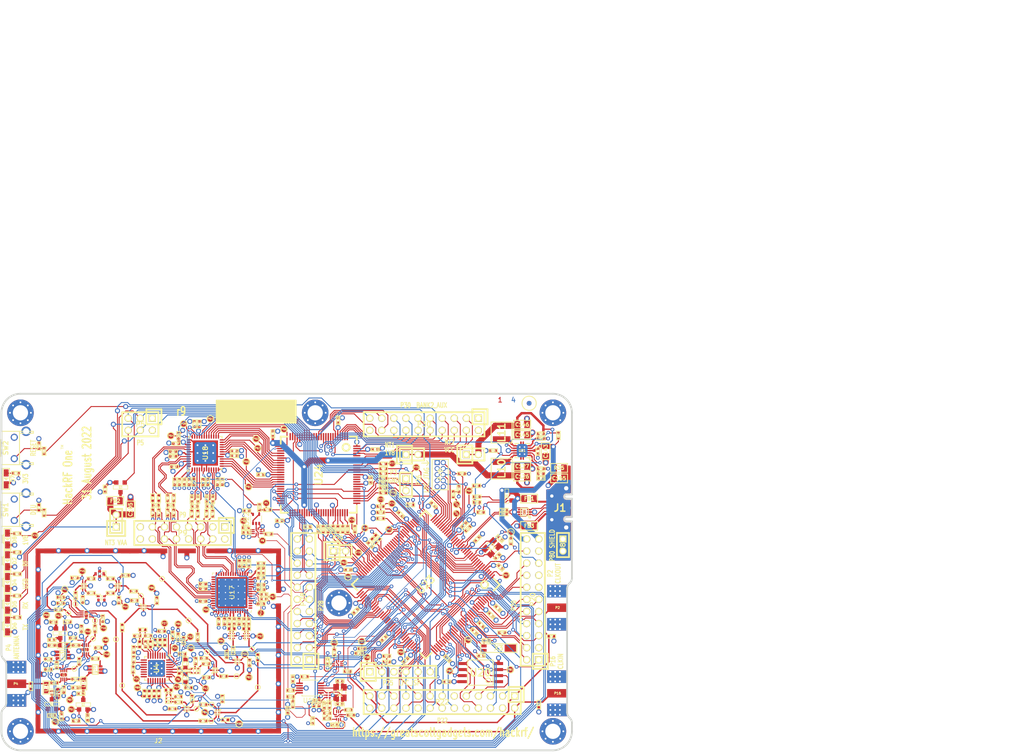
<source format=kicad_pcb>
(kicad_pcb (version 20211014) (generator pcbnew)

  (general
    (thickness 1.6116)
  )

  (paper "USLegal")
  (title_block
    (title "HackRF One")
    (date "2022-08-28")
    (rev "r9")
    (company "Copyright 2012-2022 Great Scott Gadgets")
    (comment 1 "Michael Ossmann")
    (comment 2 "Licensed under the CERN-OHL-P v2")
  )

  (layers
    (0 "F.Cu" signal "C1F")
    (1 "In1.Cu" signal "C2")
    (2 "In2.Cu" signal "C3")
    (31 "B.Cu" signal "C4B")
    (32 "B.Adhes" user "B.Adhesive")
    (33 "F.Adhes" user "F.Adhesive")
    (34 "B.Paste" user)
    (35 "F.Paste" user)
    (36 "B.SilkS" user "B.Silkscreen")
    (37 "F.SilkS" user "F.Silkscreen")
    (38 "B.Mask" user)
    (39 "F.Mask" user)
    (41 "Cmts.User" user "User.Comments")
    (44 "Edge.Cuts" user)
    (45 "Margin" user)
    (46 "B.CrtYd" user "B.Courtyard")
    (47 "F.CrtYd" user "F.Courtyard")
    (49 "F.Fab" user)
  )

  (setup
    (stackup
      (layer "F.SilkS" (type "Top Silk Screen") (color "White"))
      (layer "F.Paste" (type "Top Solder Paste"))
      (layer "F.Mask" (type "Top Solder Mask") (color "Green") (thickness 0.0127) (material "LPI") (epsilon_r 3.8) (loss_tangent 0))
      (layer "F.Cu" (type "copper") (thickness 0.035))
      (layer "dielectric 1" (type "prepreg") (thickness 0.2104) (material "7628") (epsilon_r 4.6) (loss_tangent 0))
      (layer "In1.Cu" (type "copper") (thickness 0.0152))
      (layer "dielectric 2" (type "core") (thickness 1.065) (material "7628") (epsilon_r 4.6) (loss_tangent 0))
      (layer "In2.Cu" (type "copper") (thickness 0.0152))
      (layer "dielectric 3" (type "prepreg") (thickness 0.2104) (material "7628") (epsilon_r 4.6) (loss_tangent 0))
      (layer "B.Cu" (type "copper") (thickness 0.035))
      (layer "B.Mask" (type "Bottom Solder Mask") (color "Green") (thickness 0.0127) (material "LPI") (epsilon_r 3.8) (loss_tangent 0))
      (layer "B.Paste" (type "Bottom Solder Paste"))
      (layer "B.SilkS" (type "Bottom Silk Screen") (color "White"))
      (copper_finish "ENIG")
      (dielectric_constraints yes)
    )
    (pad_to_mask_clearance 0.05)
    (pad_to_paste_clearance_ratio -0.12)
    (pcbplotparams
      (layerselection 0x00010e8_ffffffff)
      (disableapertmacros false)
      (usegerberextensions true)
      (usegerberattributes false)
      (usegerberadvancedattributes true)
      (creategerberjobfile false)
      (svguseinch false)
      (svgprecision 6)
      (excludeedgelayer true)
      (plotframeref false)
      (viasonmask false)
      (mode 1)
      (useauxorigin false)
      (hpglpennumber 1)
      (hpglpenspeed 20)
      (hpglpendiameter 15.000000)
      (dxfpolygonmode true)
      (dxfimperialunits true)
      (dxfusepcbnewfont true)
      (psnegative false)
      (psa4output false)
      (plotreference false)
      (plotvalue false)
      (plotinvisibletext false)
      (sketchpadsonfab false)
      (subtractmaskfromsilk false)
      (outputformat 1)
      (mirror false)
      (drillshape 0)
      (scaleselection 1)
      (outputdirectory "gerbers")
    )
  )

  (net 0 "")
  (net 1 "!MIX_BYPASS")
  (net 2 "!RX_AMP_PWR")
  (net 3 "!TX_AMP_PWR")
  (net 4 "!VAA_ENABLE")
  (net 5 "/Front End/RX_AMP_OUT")
  (net 6 "/Front End/RX_AMP_IN")
  (net 7 "/Front End/TX_AMP_IN")
  (net 8 "/Front End/TX_AMP_OUT")
  (net 9 "/Front End/REF_IN")
  (net 10 "/Baseband/TXBBQ-")
  (net 11 "/Baseband/TXBBQ+")
  (net 12 "/Baseband/TXBBI+")
  (net 13 "/Baseband/TXBBI-")
  (net 14 "/Baseband/COM")
  (net 15 "/Baseband/REFN")
  (net 16 "/Baseband/REFP")
  (net 17 "/Baseband/IA+")
  (net 18 "/Baseband/IA-")
  (net 19 "/Baseband/QA-")
  (net 20 "/Baseband/QA+")
  (net 21 "/Baseband/CPOUT-")
  (net 22 "/Baseband/CPOUT+")
  (net 23 "XCVR_CLK")
  (net 24 "/Baseband/XTAL2")
  (net 25 "/Microcontroller, CPLD, USB, Power/RTCX1")
  (net 26 "/Microcontroller, CPLD, USB, Power/REG_OUT2")
  (net 27 "/Microcontroller, CPLD, USB, Power/VBAT")
  (net 28 "/Microcontroller, CPLD, USB, Power/VIN")
  (net 29 "/Microcontroller, CPLD, USB, Power/REG_OUT1")
  (net 30 "/Microcontroller, CPLD, USB, Power/USB_SHIELD")
  (net 31 "/Microcontroller, CPLD, USB, Power/XTAL1")
  (net 32 "/Microcontroller, CPLD, USB, Power/XTAL2")
  (net 33 "/Microcontroller, CPLD, USB, Power/RTCX2")
  (net 34 "/Clock/XB")
  (net 35 "/Clock/XA")
  (net 36 "/Microcontroller, CPLD, USB, Power/VBUS")
  (net 37 "/Microcontroller, CPLD, USB, Power/LED1")
  (net 38 "/Microcontroller, CPLD, USB, Power/LED2")
  (net 39 "/Microcontroller, CPLD, USB, Power/LED3")
  (net 40 "/Baseband/RXBBQ-")
  (net 41 "/Baseband/RXBBI-")
  (net 42 "/Baseband/RXBBQ+")
  (net 43 "/Baseband/RXBBI+")
  (net 44 "!ANT_BIAS")
  (net 45 "/Baseband/XCVR_CLKOUT")
  (net 46 "/Microcontroller, CPLD, USB, Power/RTC_ALARM")
  (net 47 "/Microcontroller, CPLD, USB, Power/WAKEUP")
  (net 48 "/Microcontroller, CPLD, USB, Power/GPIO3_8")
  (net 49 "/Microcontroller, CPLD, USB, Power/GPIO3_9")
  (net 50 "/Microcontroller, CPLD, USB, Power/GPIO3_10")
  (net 51 "/Microcontroller, CPLD, USB, Power/GPIO3_11")
  (net 52 "/Microcontroller, CPLD, USB, Power/GPIO3_12")
  (net 53 "/Microcontroller, CPLD, USB, Power/GPIO3_13")
  (net 54 "/Microcontroller, CPLD, USB, Power/GPIO3_14")
  (net 55 "/Microcontroller, CPLD, USB, Power/GPIO3_15")
  (net 56 "/Microcontroller, CPLD, USB, Power/ADC0_6")
  (net 57 "/Microcontroller, CPLD, USB, Power/ADC0_2")
  (net 58 "/Microcontroller, CPLD, USB, Power/VBUSCTRL")
  (net 59 "/Microcontroller, CPLD, USB, Power/ADC0_5")
  (net 60 "/Microcontroller, CPLD, USB, Power/ADC0_0")
  (net 61 "/Microcontroller, CPLD, USB, Power/RESET")
  (net 62 "/Microcontroller, CPLD, USB, Power/I2C1_SCL")
  (net 63 "/Microcontroller, CPLD, USB, Power/I2C1_SDA")
  (net 64 "/Microcontroller, CPLD, USB, Power/SPIFI_CIPO")
  (net 65 "/Microcontroller, CPLD, USB, Power/SPIFI_SCK")
  (net 66 "/Microcontroller, CPLD, USB, Power/SPIFI_COPI")
  (net 67 "/Microcontroller, CPLD, USB, Power/I2S0_RX_SCK")
  (net 68 "/Microcontroller, CPLD, USB, Power/I2S0_RX_SDA")
  (net 69 "/Microcontroller, CPLD, USB, Power/I2S0_RX_MCLK")
  (net 70 "/Microcontroller, CPLD, USB, Power/I2S0_RX_WS")
  (net 71 "/Microcontroller, CPLD, USB, Power/I2S0_TX_SCK")
  (net 72 "/Microcontroller, CPLD, USB, Power/I2S0_TX_MCLK")
  (net 73 "/Microcontroller, CPLD, USB, Power/U0_RXD")
  (net 74 "/Microcontroller, CPLD, USB, Power/U0_TXD")
  (net 75 "/Microcontroller, CPLD, USB, Power/P2_9")
  (net 76 "/Microcontroller, CPLD, USB, Power/P2_13")
  (net 77 "/Microcontroller, CPLD, USB, Power/P2_8")
  (net 78 "/Microcontroller, CPLD, USB, Power/DBGEN")
  (net 79 "/Microcontroller, CPLD, USB, Power/TMS")
  (net 80 "/Microcontroller, CPLD, USB, Power/TCK")
  (net 81 "/Microcontroller, CPLD, USB, Power/TDO")
  (net 82 "/Microcontroller, CPLD, USB, Power/TDI")
  (net 83 "/Microcontroller, CPLD, USB, Power/SD_CD")
  (net 84 "/Microcontroller, CPLD, USB, Power/SD_DAT3")
  (net 85 "/Microcontroller, CPLD, USB, Power/SD_DAT2")
  (net 86 "/Microcontroller, CPLD, USB, Power/SD_DAT1")
  (net 87 "/Microcontroller, CPLD, USB, Power/SD_DAT0")
  (net 88 "/Microcontroller, CPLD, USB, Power/SD_VOLT0")
  (net 89 "/Microcontroller, CPLD, USB, Power/SD_CMD")
  (net 90 "/Microcontroller, CPLD, USB, Power/SD_POW")
  (net 91 "/Microcontroller, CPLD, USB, Power/SD_CLK")
  (net 92 "/Microcontroller, CPLD, USB, Power/B1AUX14")
  (net 93 "/Microcontroller, CPLD, USB, Power/B1AUX13")
  (net 94 "/Microcontroller, CPLD, USB, Power/CPLD_TCK")
  (net 95 "/Microcontroller, CPLD, USB, Power/BANK2F3M2")
  (net 96 "/Microcontroller, CPLD, USB, Power/CPLD_TDI")
  (net 97 "/Microcontroller, CPLD, USB, Power/BANK2F3M6")
  (net 98 "/Microcontroller, CPLD, USB, Power/BANK2F3M12")
  (net 99 "/Microcontroller, CPLD, USB, Power/BANK2F3M4")
  (net 100 "/Microcontroller, CPLD, USB, Power/CPLD_TMS")
  (net 101 "/Microcontroller, CPLD, USB, Power/CPLD_TDO")
  (net 102 "/Microcontroller, CPLD, USB, Power/B2AUX16")
  (net 103 "/Microcontroller, CPLD, USB, Power/B2AUX15")
  (net 104 "/Microcontroller, CPLD, USB, Power/B2AUX14")
  (net 105 "/Microcontroller, CPLD, USB, Power/B2AUX13")
  (net 106 "/Microcontroller, CPLD, USB, Power/B2AUX12")
  (net 107 "/Microcontroller, CPLD, USB, Power/B2AUX11")
  (net 108 "/Microcontroller, CPLD, USB, Power/B2AUX10")
  (net 109 "/Microcontroller, CPLD, USB, Power/B2AUX9")
  (net 110 "/Microcontroller, CPLD, USB, Power/B2AUX8")
  (net 111 "/Microcontroller, CPLD, USB, Power/B2AUX7")
  (net 112 "/Microcontroller, CPLD, USB, Power/B2AUX6")
  (net 113 "/Microcontroller, CPLD, USB, Power/B2AUX5")
  (net 114 "/Microcontroller, CPLD, USB, Power/B2AUX4")
  (net 115 "/Microcontroller, CPLD, USB, Power/B2AUX3")
  (net 116 "/Microcontroller, CPLD, USB, Power/B2AUX2")
  (net 117 "/Microcontroller, CPLD, USB, Power/B2AUX1")
  (net 118 "/Microcontroller, CPLD, USB, Power/GCK0")
  (net 119 "/Microcontroller, CPLD, USB, Power/SPIFI_CS")
  (net 120 "/Microcontroller, CPLD, USB, Power/VREGMODE")
  (net 121 "/Microcontroller, CPLD, USB, Power/EN1V8")
  (net 122 "/Microcontroller, CPLD, USB, Power/SGPIO0")
  (net 123 "/Microcontroller, CPLD, USB, Power/SGPIO7")
  (net 124 "/Microcontroller, CPLD, USB, Power/SGPIO9")
  (net 125 "/Microcontroller, CPLD, USB, Power/SGPIO10")
  (net 126 "/Microcontroller, CPLD, USB, Power/SGPIO11")
  (net 127 "/Microcontroller, CPLD, USB, Power/SPIFI_SIO2")
  (net 128 "/Microcontroller, CPLD, USB, Power/SPIFI_SIO3")
  (net 129 "/Baseband/QD+")
  (net 130 "/Baseband/QD-")
  (net 131 "/Baseband/ID-")
  (net 132 "/Baseband/ID+")
  (net 133 "/Clock/CLK0")
  (net 134 "Net-(C169-Pad2)")
  (net 135 "/Microcontroller, CPLD, USB, Power/DP")
  (net 136 "/Microcontroller, CPLD, USB, Power/DM")
  (net 137 "/Microcontroller, CPLD, USB, Power/RREF")
  (net 138 "/Microcontroller, CPLD, USB, Power/BANK2F3M1")
  (net 139 "/Microcontroller, CPLD, USB, Power/SGPIO13")
  (net 140 "/Microcontroller, CPLD, USB, Power/BANK2F3M3")
  (net 141 "/Microcontroller, CPLD, USB, Power/SGPIO14")
  (net 142 "/Microcontroller, CPLD, USB, Power/SGPIO1")
  (net 143 "/Microcontroller, CPLD, USB, Power/BANK2F3M5")
  (net 144 "/Microcontroller, CPLD, USB, Power/SGPIO15")
  (net 145 "/Microcontroller, CPLD, USB, Power/BANK2F3M7")
  (net 146 "/Microcontroller, CPLD, USB, Power/BANK2F3M8")
  (net 147 "/Microcontroller, CPLD, USB, Power/SGPIO2")
  (net 148 "/Microcontroller, CPLD, USB, Power/BANK2F3M9")
  (net 149 "/Microcontroller, CPLD, USB, Power/SGPIO3")
  (net 150 "/Microcontroller, CPLD, USB, Power/BANK2F3M10")
  (net 151 "/Microcontroller, CPLD, USB, Power/BANK2F3M11")
  (net 152 "/Microcontroller, CPLD, USB, Power/SGPIO12")
  (net 153 "/Microcontroller, CPLD, USB, Power/SGPIO4")
  (net 154 "/Microcontroller, CPLD, USB, Power/BANK2F3M14")
  (net 155 "/Microcontroller, CPLD, USB, Power/SGPIO5")
  (net 156 "/Microcontroller, CPLD, USB, Power/BANK2F3M15")
  (net 157 "/Microcontroller, CPLD, USB, Power/SGPIO6")
  (net 158 "AMP_BYPASS")
  (net 159 "CLKIN")
  (net 160 "CLKOUT")
  (net 161 "CS_AD")
  (net 162 "CS_XCVR")
  (net 163 "DA0")
  (net 164 "DA1")
  (net 165 "DA2")
  (net 166 "DA3")
  (net 167 "DA4")
  (net 168 "DA5")
  (net 169 "DA6")
  (net 170 "DA7")
  (net 171 "DD0")
  (net 172 "DD1")
  (net 173 "DD2")
  (net 174 "DD3")
  (net 175 "DD4")
  (net 176 "DD5")
  (net 177 "DD6")
  (net 178 "DD7")
  (net 179 "DD8")
  (net 180 "DD9")
  (net 181 "GCK1")
  (net 182 "GCK2")
  (net 183 "GND")
  (net 184 "HP")
  (net 185 "LP")
  (net 186 "MCU_CLK")
  (net 187 "MIXER_ENX")
  (net 188 "MIXER_RESETX")
  (net 189 "MIXER_SCLK")
  (net 190 "MIXER_SDATA")
  (net 191 "MIX_BYPASS")
  (net 192 "MIX_CLK")
  (net 193 "RSSI")
  (net 194 "RX")
  (net 195 "RX_AMP")
  (net 196 "RX_IF")
  (net 197 "RX_MIX_BP")
  (net 198 "SCL")
  (net 199 "SDA")
  (net 200 "SGPIO_CLK")
  (net 201 "SSP1_CIPO")
  (net 202 "SSP1_COPI")
  (net 203 "SSP1_SCK")
  (net 204 "TX_AMP")
  (net 205 "TX_IF")
  (net 206 "TX_MIX_BP")
  (net 207 "VAA")
  (net 208 "VCC")
  (net 209 "XCVR_EN")
  (net 210 "Net-(C8-Pad2)")
  (net 211 "Net-(C9-Pad2)")
  (net 212 "Net-(C9-Pad1)")
  (net 213 "Net-(C12-Pad1)")
  (net 214 "Net-(C13-Pad1)")
  (net 215 "Net-(C14-Pad2)")
  (net 216 "Net-(C14-Pad1)")
  (net 217 "Net-(C15-Pad2)")
  (net 218 "Net-(C17-Pad2)")
  (net 219 "Net-(C17-Pad1)")
  (net 220 "Net-(C18-Pad2)")
  (net 221 "Net-(C18-Pad1)")
  (net 222 "Net-(C20-Pad2)")
  (net 223 "Net-(C20-Pad1)")
  (net 224 "Net-(C21-Pad2)")
  (net 225 "Net-(C21-Pad1)")
  (net 226 "Net-(C23-Pad2)")
  (net 227 "Net-(C23-Pad1)")
  (net 228 "Net-(C25-Pad1)")
  (net 229 "Net-(C26-Pad2)")
  (net 230 "Net-(C26-Pad1)")
  (net 231 "Net-(C27-Pad2)")
  (net 232 "Net-(C27-Pad1)")
  (net 233 "Net-(C28-Pad2)")
  (net 234 "Net-(C28-Pad1)")
  (net 235 "Net-(C31-Pad2)")
  (net 236 "Net-(C31-Pad1)")
  (net 237 "Net-(C32-Pad2)")
  (net 238 "Net-(C32-Pad1)")
  (net 239 "Net-(C43-Pad2)")
  (net 240 "Net-(C43-Pad1)")
  (net 241 "Net-(C44-Pad2)")
  (net 242 "Net-(C44-Pad1)")
  (net 243 "Net-(C46-Pad2)")
  (net 244 "Net-(C46-Pad1)")
  (net 245 "Net-(C48-Pad1)")
  (net 246 "Net-(C49-Pad2)")
  (net 247 "Net-(C50-Pad1)")
  (net 248 "Net-(C51-Pad2)")
  (net 249 "Net-(C51-Pad1)")
  (net 250 "Net-(C163-Pad2)")
  (net 251 "Net-(C58-Pad2)")
  (net 252 "Net-(C59-Pad2)")
  (net 253 "Net-(C61-Pad2)")
  (net 254 "Net-(C61-Pad1)")
  (net 255 "Net-(C62-Pad2)")
  (net 256 "Net-(C64-Pad2)")
  (net 257 "Net-(C64-Pad1)")
  (net 258 "Net-(C99-Pad2)")
  (net 259 "Net-(C99-Pad1)")
  (net 260 "Net-(C102-Pad2)")
  (net 261 "Net-(C102-Pad1)")
  (net 262 "Net-(C104-Pad2)")
  (net 263 "Net-(C104-Pad1)")
  (net 264 "Net-(C105-Pad1)")
  (net 265 "Net-(C106-Pad1)")
  (net 266 "Net-(C111-Pad2)")
  (net 267 "Net-(C111-Pad1)")
  (net 268 "Net-(C114-Pad2)")
  (net 269 "Net-(C114-Pad1)")
  (net 270 "Net-(C125-Pad2)")
  (net 271 "Net-(C160-Pad1)")
  (net 272 "Net-(D2-Pad2)")
  (net 273 "Net-(D4-Pad2)")
  (net 274 "Net-(D5-Pad2)")
  (net 275 "Net-(D6-Pad2)")
  (net 276 "Net-(D7-Pad2)")
  (net 277 "Net-(D8-Pad2)")
  (net 278 "Net-(FB1-Pad1)")
  (net 279 "Net-(FB2-Pad1)")
  (net 280 "Net-(FB3-Pad1)")
  (net 281 "Net-(J1-Pad3)")
  (net 282 "Net-(J1-Pad2)")
  (net 283 "Net-(L1-Pad2)")
  (net 284 "Net-(L1-Pad1)")
  (net 285 "Net-(L2-Pad1)")
  (net 286 "Net-(L3-Pad1)")
  (net 287 "Net-(L10-Pad1)")
  (net 288 "Net-(L11-Pad2)")
  (net 289 "Net-(D10-Pad1)")
  (net 290 "Net-(P6-Pad1)")
  (net 291 "Net-(P19-Pad1)")
  (net 292 "Net-(R4-Pad2)")
  (net 293 "Net-(R30-Pad2)")
  (net 294 "Net-(R19-Pad2)")
  (net 295 "Net-(R51-Pad1)")
  (net 296 "Net-(R52-Pad2)")
  (net 297 "Net-(R55-Pad2)")
  (net 298 "/Microcontroller, CPLD, USB, Power/BANK2F3M16")
  (net 299 "+1V8")
  (net 300 "unconnected-(P25-Pad3)")
  (net 301 "unconnected-(P26-Pad7)")
  (net 302 "unconnected-(U4-Pad1)")
  (net 303 "unconnected-(U4-Pad2)")
  (net 304 "unconnected-(U4-Pad3)")
  (net 305 "unconnected-(U4-Pad11)")
  (net 306 "unconnected-(U4-Pad13)")
  (net 307 "unconnected-(U4-Pad14)")
  (net 308 "unconnected-(U4-Pad17)")
  (net 309 "unconnected-(U4-Pad18)")
  (net 310 "unconnected-(U4-Pad20)")
  (net 311 "unconnected-(U4-Pad21)")
  (net 312 "unconnected-(U9-Pad2)")
  (net 313 "unconnected-(U12-Pad2)")
  (net 314 "unconnected-(U14-Pad2)")
  (net 315 "unconnected-(U15-Pad4)")
  (net 316 "unconnected-(U15-Pad6)")
  (net 317 "unconnected-(U17-Pad3)")
  (net 318 "unconnected-(U17-Pad43)")
  (net 319 "unconnected-(U17-Pad9)")
  (net 320 "unconnected-(U17-Pad12)")
  (net 321 "unconnected-(U17-Pad40)")
  (net 322 "unconnected-(U18-Pad38)")
  (net 323 "Net-(C117-Pad1)")
  (net 324 "unconnected-(U23-Pad89)")
  (net 325 "unconnected-(U23-Pad90)")
  (net 326 "unconnected-(U24-Pad14)")
  (net 327 "unconnected-(U24-Pad15)")
  (net 328 "unconnected-(U24-Pad16)")
  (net 329 "unconnected-(U24-Pad20)")
  (net 330 "unconnected-(U24-Pad25)")
  (net 331 "unconnected-(U24-Pad44)")
  (net 332 "unconnected-(U24-Pad46)")
  (net 333 "unconnected-(U24-Pad49)")
  (net 334 "unconnected-(U24-Pad50)")
  (net 335 "unconnected-(U24-Pad52)")
  (net 336 "unconnected-(U24-Pad53)")
  (net 337 "unconnected-(U24-Pad54)")
  (net 338 "unconnected-(U24-Pad58)")
  (net 339 "unconnected-(U24-Pad59)")
  (net 340 "unconnected-(U24-Pad60)")
  (net 341 "unconnected-(U24-Pad63)")
  (net 342 "unconnected-(U24-Pad65)")
  (net 343 "unconnected-(U24-Pad66)")
  (net 344 "unconnected-(U24-Pad68)")
  (net 345 "unconnected-(U24-Pad73)")
  (net 346 "unconnected-(U24-Pad75)")
  (net 347 "unconnected-(U24-Pad80)")
  (net 348 "unconnected-(U24-Pad82)")
  (net 349 "unconnected-(U24-Pad85)")
  (net 350 "unconnected-(U24-Pad86)")
  (net 351 "unconnected-(U24-Pad87)")
  (net 352 "unconnected-(U24-Pad93)")
  (net 353 "unconnected-(U24-Pad95)")
  (net 354 "unconnected-(U24-Pad96)")
  (net 355 "Net-(D10-Pad2)")
  (net 356 "Net-(C117-Pad2)")
  (net 357 "CLKOUT_EN")
  (net 358 "MCU_CLK_EN")
  (net 359 "Net-(R32-Pad2)")
  (net 360 "Net-(R33-Pad2)")
  (net 361 "Net-(R34-Pad2)")
  (net 362 "CLKIN_DETECT")
  (net 363 "Net-(R38-Pad1)")
  (net 364 "Net-(R39-Pad2)")
  (net 365 "Net-(R44-Pad2)")
  (net 366 "AD_CLK")
  (net 367 "Net-(R94-Pad2)")
  (net 368 "CLKIN_EN")
  (net 369 "FSX2_CLK")
  (net 370 "/Clock/CLK2")
  (net 371 "/Clock/CLK1")
  (net 372 "unconnected-(U4-Pad16)")
  (net 373 "unconnected-(U4-Pad9)")
  (net 374 "/Microcontroller, CPLD, USB, Power/TRST")
  (net 375 "/Microcontroller, CPLD, USB, Power/ID")
  (net 376 "/Microcontroller, CPLD, USB, Power/VBUS_DETECT")
  (net 377 "Net-(P1-Pad1)")
  (net 378 "XCVR_RXTX")
  (net 379 "unconnected-(U17-Pad44)")
  (net 380 "unconnected-(U17-Pad10)")
  (net 381 "unconnected-(U17-Pad15)")
  (net 382 "unconnected-(U17-Pad16)")
  (net 383 "unconnected-(U17-Pad17)")
  (net 384 "unconnected-(U17-Pad23)")
  (net 385 "unconnected-(U17-Pad45)")
  (net 386 "unconnected-(U17-Pad46)")
  (net 387 "unconnected-(U17-Pad55)")
  (net 388 "unconnected-(U17-Pad56)")
  (net 389 "unconnected-(U17-Pad41)")
  (net 390 "unconnected-(U17-Pad42)")
  (net 391 "unconnected-(U4-Pad15)")

  (footprint "gsg-modules:LTST-S220" (layer "F.Cu") (at 61.27 148.838 -90))

  (footprint "gsg-modules:LTST-S220" (layer "F.Cu") (at 61.27 139.694 -90))

  (footprint "gsg-modules:LTST-S220" (layer "F.Cu") (at 61.27 130.55 -90))

  (footprint "gsg-modules:LTST-S220" (layer "F.Cu") (at 61.27 144.266 -90))

  (footprint "gsg-modules:LTST-S220" (layer "F.Cu") (at 61.27 135.122 -90))

  (footprint "GSG-TESTPOINT-30MIL-MASKONLY" (layer "F.Cu") (at 89.31402 142.49908))

  (footprint "GSG-TESTPOINT-30MIL-MASKONLY" (layer "F.Cu") (at 84.1046 151.6574))

  (footprint "GSG-TESTPOINT-30MIL-MASKONLY" (layer "F.Cu") (at 75.57516 144.21358))

  (footprint "GSG-TESTPOINT-30MIL-MASKONLY" (layer "F.Cu") (at 74.0537 146.1516))

  (footprint "GSG-TESTPOINT-30MIL-MASKONLY" (layer "F.Cu") (at 93.782 138.932))

  (footprint "GSG-TESTPOINT-30MIL-MASKONLY" (layer "F.Cu") (at 85.4 161.3602))

  (footprint "GSG-TESTPOINT-30MIL-MASKONLY" (layer "F.Cu") (at 75.33894 157.8483))

  (footprint "GSG-TESTPOINT-30MIL-MASKONLY" (layer "F.Cu") (at 79.28 151.506))

  (footprint "GSG-TESTPOINT-30MIL-MASKONLY" (layer "F.Cu") (at 113.919 161.74974))

  (footprint "GSG-TESTPOINT-30MIL-MASKONLY" (layer "F.Cu") (at 104.11206 168.79824))

  (footprint "GSG-TESTPOINT-30MIL-MASKONLY" (layer "F.Cu") (at 104.25176 165.37432))

  (footprint "GSG-TESTPOINT-30MIL-MASKONLY" (layer "F.Cu") (at 101.0158 166.26332))

  (footprint "GSG-TESTPOINT-30MIL-MASKONLY" (layer "F.Cu") (at 79.6671 147.71116))

  (footprint "GSG-TESTPOINT-30MIL-MASKONLY" (layer "F.Cu") (at 109.47654 159.42564))

  (footprint "GSG-TESTPOINT-30MIL-MASKONLY" (layer "F.Cu") (at 99.36226 147.6883))

  (footprint "GSG-TESTPOINT-30MIL-MASKONLY" (layer "F.Cu") (at 103.23068 154.2796))

  (footprint "GSG-TESTPOINT-30MIL-MASKONLY" (layer "F.Cu") (at 112.71504 153.71064))

  (footprint "gsg-modules:LTST-S220" (layer "F.Cu") (at 61 117.9 -90))

  (footprint "GSG-MARK1MM" (layer "F.Cu") (at 171 102))

  (footprint "hackrf:GSG-0402" (layer "F.Cu") (at 91.0964 163.0468 -90))

  (footprint "hackrf:GSG-0402" (layer "F.Cu") (at 90.0804 163.0468 -90))

  (footprint "hackrf:GSG-0402" (layer "F.Cu") (at 93.1284 163.0468 -90))

  (footprint "hackrf:GSG-0402" (layer "F.Cu") (at 92.1124 163.0468 -90))

  (footprint "hackrf:GSG-0402" (layer "F.Cu") (at 92.341 152.328 90))

  (footprint "hackrf:GSG-0402" (layer "F.Cu") (at 93.357 152.328 90))

  (footprint "hackrf:GSG-0402" (layer "F.Cu") (at 107.084 168.5762 180))

  (footprint "hackrf:GSG-0402" (layer "F.Cu") (at 113.919 155.448 -90))

  (footprint "hackrf:GSG-0402" (layer "F.Cu") (at 85.4 149.1682 90))

  (footprint "hackrf:GSG-0402" (layer "F.Cu") (at 87.9808 143.4816))

  (footprint "hackrf:GSG-0402" (layer "F.Cu") (at 84.7138 143.4622 90))

  (footprint "hackrf:GSG-0402" (layer "F.Cu") (at 87.7944 153.8266 -90))

  (footprint "hackrf:GSG-0402" (layer "F.Cu") (at 88.5564 150.9056 180))

  (footprint "hackrf:GSG-0402" (layer "F.Cu") (at 90.3344 152.6836 90))

  (footprint "hackrf:GSG-0402" (layer "F.Cu") (at 90.8424 150.9056))

  (footprint "hackrf:GSG-0402" (layer "F.Cu") (at 106.4998 164.1566 90))

  (footprint "hackrf:GSG-0402" (layer "F.Cu") (at 82.9358 141.9382))

  (footprint "hackrf:GSG-0402" (layer "F.Cu") (at 78.8718 141.9382))

  (footprint "hackrf:GSG-0402" (layer "F.Cu") (at 77.0938 143.3352 90))

  (footprint "hackrf:GSG-0402" (layer "F.Cu") (at 87.8078 141.5288))

  (footprint "hackrf:GSG-0402" (layer "F.Cu") (at 102.4382 165.3794 180))

  (footprint "hackrf:GSG-0402" (layer "F.Cu") (at 95.9732 166.2726))

  (footprint "hackrf:GSG-0402" (layer "F.Cu") (at 101.2698 151.1808 90))

  (footprint "hackrf:GSG-0402" (layer "F.Cu") (at 92.6798 143.4816 -90))

  (footprint "hackrf:GSG-0402" (layer "F.Cu") (at 97.1924 163.7326))

  (footprint "hackrf:GSG-0402" (layer "F.Cu") (at 78.8718 138.8902 180))

  (footprint "hackrf:GSG-0402" (layer "F.Cu") (at 82.9358 138.8902))

  (footprint "hackrf:GSG-0402" (layer "F.Cu") (at 97.1924 164.8756))

  (footprint "hackrf:GSG-0402" (layer "F.Cu") (at 75.4174 138.7124 180))

  (footprint "hackrf:GSG-0402" (layer "F.Cu") (at 86.1 138.2))

  (footprint "hackrf:GSG-0402" (layer "F.Cu") (at 75.5952 142.4462 90))

  (footprint "hackrf:GSG-0402" (layer "F.Cu") (at 102.4382 168.8084 180))

  (footprint "hackrf:GSG-0402" (layer "F.Cu") (at 100.1134 164.139 90))

  (footprint "hackrf:GSG-0402" (layer "F.Cu") (at 98.31 151.9216 90))

  (footprint "hackrf:GSG-0402" (layer "F.Cu") (at 97.167 151.1596 90))

  (footprint "hackrf:GSG-0402" (layer "F.Cu") (at 96.024 150.7786 90))

  (footprint "hackrf:GSG-0402" (layer "F.Cu") (at 93.738 149.915 180))

  (footprint "hackrf:GSG-0402" (layer "F.Cu") (at 72.4456 142.8272))

  (footprint "hackrf:GSG-0402" (layer "F.Cu") (at 81.3054 147.3454 90))

  (footprint "hackrf:GSG-0402" (layer "F.Cu") (at 72.4456 144.0718))

  (footprint "hackrf:GSG-0402" (layer "F.Cu") (at 99.326 161.8276))

  (footprint "hackrf:GSG-0402" (layer "F.Cu") (at 98.056 154.7156 180))

  (footprint "hackrf:GSG-0402" (layer "F.Cu") (at 72.009 145.415 180))

  (footprint "hackrf:GSG-0402" (layer "F.Cu") (at 79.6798 149.4282 90))

  (footprint "hackrf:GSG-0402" (layer "F.Cu") (at 102.5906 155.6512))

  (footprint "hackrf:GSG-0402" (layer "F.Cu") (at 103.0478 156.7942 180))

  (footprint "hackrf:GSG-0402" (layer "F.Cu") (at 112.1664 156.5656 90))

  (footprint "hackrf:GSG-0402" (layer "F.Cu") (at 108.7374 154.0002 90))

  (footprint "hackrf:GSG-0402" (layer "F.Cu") (at 100.85 156.2396 -90))

  (footprint "hackrf:GSG-0402" (layer "F.Cu") (at 75.678 152.92))

  (footprint "hackrf:GSG-0402" (layer "F.Cu") (at 106.7414 159.434 180))

  (footprint "hackrf:GSG-0402" (layer "F.Cu") (at 70.598 152.92 180))

  (footprint "hackrf:GSG-0402" (layer "F.Cu") (at 70.9474 147.9998 180))

  (footprint "hackrf:GSG-0402" (layer "F.Cu") (at 103.124 159.6644 180))

  (footprint "hackrf:GSG-0402" (layer "F.Cu") (at 80.377 153.428))

  (footprint "hackrf:GSG-0402" (layer "F.Cu") (at 107.3912 154.8638 90))

  (footprint "hackrf:GSG-0402" (layer "F.Cu") (at 76.835 149.4282 90))

  (footprint "hackrf:GSG-0402" (layer "F.Cu") (at 71.614 157.111 90))

  (footprint "hackrf:GSG-0402" (layer "F.Cu") (at 79.742 155.714))

  (footprint "hackrf:GSG-0402" (layer "F.Cu") (at 75.043 151.396))

  (footprint "hackrf:GSG-0402" (layer "F.Cu") (at 76.3638 156.3236 90))

  (footprint "hackrf:GSG-0402" (layer "F.Cu") (at 75.551 160.032))

  (footprint "hackrf:GSG-0402" (layer "F.Cu") (at 73.0872 162.2418 -90))

  (footprint "hackrf:GSG-0402" (layer "F.Cu") (at 71.13 160.81 180))

  (footprint "hackrf:GSG-0402" (layer "F.Cu") (at 69.836 158))

  (footprint "hackrf:GSG-0402" (layer "F.Cu") (at 69.836 155.841))

  (footprint "hackrf:GSG-0402" (layer "F.Cu") (at 87.7 158 90))

  (footprint "hackrf:GSG-0402" (layer "F.Cu") (at 126.8 165.1 -90))

  (footprint "hackrf:GSG-0402" (layer "F.Cu") (at 125.7 165.1 -90))

  (footprint "hackrf:GSG-0402" (layer "F.Cu") (at 87.8 155.9 90))

  (footprint "hackrf:GSG-0402" (layer "F.Cu") (at 100.4824 118.5578 -90))

  (footprint "hackrf:GSG-0402" (layer "F.Cu") (at 99.4664 118.5578 -90))

  (footprint "hackrf:GSG-0402" (layer "F.Cu") (at 103.4034 118.5578 -90))

  (footprint "hackrf:GSG-0402" (layer "F.Cu") (at 102.3874 118.5578 -90))

  (footprint "hackrf:GSG-0402" (layer "F.Cu") (at 105.4354 118.5578 -90))

  (footprint "hackrf:GSG-0402" (layer "F.Cu") (at 106.4514 118.5578 -90))

  (footprint "hackrf:GSG-0402" (layer "F.Cu") (at 101.6254 106.3658 90))

  (footprint "hackrf:GSG-0402" (layer "F.Cu") (at 100.6094 106.3658 90))

  (footprint "hackrf:GSG-0402" (layer "F.Cu") (at 96.7359 110.4933 180))

  (footprint "hackrf:GSG-0402" (layer "F.Cu")
    (tedit 4FB6CFE4) (tstamp 00000000-0000-0000-0000-00005787e27a)
    (at 97.2439 108.8423 90)
    (property "Description" "CAP CER 2.2UF 10V 20% X5R 0402")
    (property "Manufacturer" "Taiyo Yuden")
    (property "Part Number" "LMK105BJ225MV-F")
    (property "Sheetfile" "baseband.kicad_sch")
    (property "Sheetname" "Baseband")
    (path "/00000000-0000-0000-0000-000050370666/00000000-0000-0000-0000-0000503f8e6a")

... [4470952 chars truncated]
</source>
